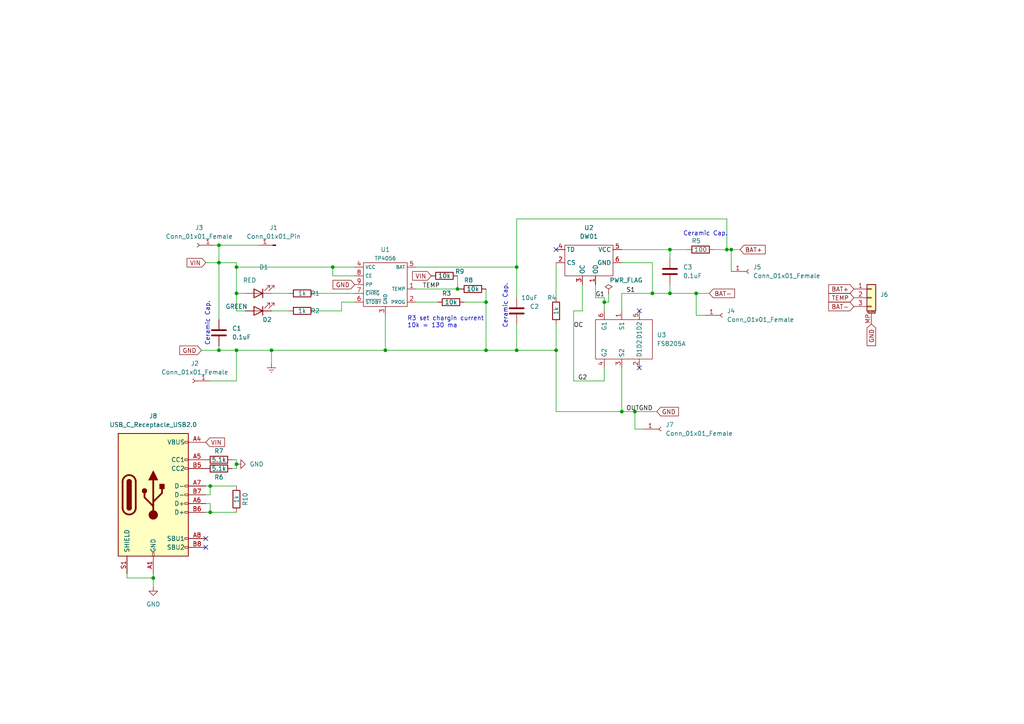
<source format=kicad_sch>
(kicad_sch (version 20231120) (generator "eeschema") (generator_version "8.0")
  (paper "A4")
  (lib_symbols
    (symbol "Connector:Conn_01x01_Female" (pin_names (offset 1.016) hide)
      (property "Reference" "J" (at 0 2.54 0))
      (property "Value" "Conn_01x01_Female" (at 0 -2.54 0))
      (symbol "Conn_01x01_Female_1_1"
        (polyline (pts (xy -1.27 0) (xy -0.508 0)) (stroke (width 0.1524)))
        (arc (start 0 0.508) (mid -0.5058 0) (end 0 -0.508) (stroke (width 0.1524)))
        (pin passive line (at -5.08 0 0) (length 3.81) (name "Pin_1") (number "1"))
      )
    )
    (symbol "Connector:Conn_01x01_Pin" (pin_names (offset 1.016) hide)
      (property "Reference" "J" (at 0 2.54 0))
      (property "Value" "Conn_01x01_Pin" (at 0 -2.54 0))
      (symbol "Conn_01x01_Pin_1_1"
        (polyline (pts (xy 1.27 0) (xy 0.8636 0)) (stroke (width 0.1524)))
        (rectangle (start 0.8636 0.127) (end 0 -0.127) (stroke (width 0.1524)) (fill (type outline)))
        (pin passive line (at 5.08 0 180) (length 3.81) (name "Pin_1") (number "1"))
      )
    )
    (symbol "Connector:USB_C_Receptacle_USB2.0" (pin_names (offset 1.016))
      (property "Reference" "J" (at -10.16 19.05 0))
      (property "Value" "USB_C_Receptacle_USB2.0" (at 19.05 19.05 0))
      (symbol "USB_C_Receptacle_USB2.0_0_0"
        (rectangle (start -0.254 -17.78) (end 0.254 -16.764))
        (rectangle (start 10.16 -14.986) (end 9.144 -15.494))
        (rectangle (start 10.16 -12.446) (end 9.144 -12.954))
        (rectangle (start 10.16 -4.826) (end 9.144 -5.334))
        (rectangle (start 10.16 -2.286) (end 9.144 -2.794))
        (rectangle (start 10.16 0.254) (end 9.144 -0.254))
        (rectangle (start 10.16 2.794) (end 9.144 2.286))
        (rectangle (start 10.16 7.874) (end 9.144 7.366))
        (rectangle (start 10.16 10.414) (end 9.144 9.906))
        (rectangle (start 10.16 15.494) (end 9.144 14.986))
      )
      (symbol "USB_C_Receptacle_USB2.0_0_1"
        (rectangle (start -10.16 17.78) (end 10.16 -17.78) (stroke (width 0.254)) (fill (type background)))
        (arc (start -8.89 -3.81) (mid -6.985 -5.7067) (end -5.08 -3.81) (stroke (width 0.508)))
        (arc (start -7.62 -3.81) (mid -6.985 -4.4423) (end -6.35 -3.81) (stroke (width 0.254)))
        (arc (start -7.62 -3.81) (mid -6.985 -4.4423) (end -6.35 -3.81) (stroke (width 0.254)) (fill (type outline)))
        (rectangle (start -7.62 -3.81) (end -6.35 3.81) (stroke (width 0.254)) (fill (type outline)))
        (arc (start -6.35 3.81) (mid -6.985 4.4423) (end -7.62 3.81) (stroke (width 0.254)))
        (arc (start -6.35 3.81) (mid -6.985 4.4423) (end -7.62 3.81) (stroke (width 0.254)) (fill (type outline)))
        (arc (start -5.08 3.81) (mid -6.985 5.7067) (end -8.89 3.81) (stroke (width 0.508)))
        (circle (center -2.54 1.143) (radius 0.635) (stroke (width 0.254)) (fill (type outline)))
        (circle (center 0 -5.842) (radius 1.27) (fill (type outline)))
        (polyline (pts (xy -8.89 -3.81) (xy -8.89 3.81)) (stroke (width 0.508)))
        (polyline (pts (xy -5.08 3.81) (xy -5.08 -3.81)) (stroke (width 0.508)))
        (polyline (pts (xy 0 -5.842) (xy 0 4.318)) (stroke (width 0.508)))
        (polyline (pts (xy 0 -3.302) (xy -2.54 -0.762) (xy -2.54 0.508)) (stroke (width 0.508)))
        (polyline (pts (xy 0 -2.032) (xy 2.54 0.508) (xy 2.54 1.778)) (stroke (width 0.508)))
        (polyline (pts (xy -1.27 4.318) (xy 0 6.858) (xy 1.27 4.318) (xy -1.27 4.318)) (stroke (width 0.254)) (fill (type outline)))
        (rectangle (start 1.905 1.778) (end 3.175 3.048) (stroke (width 0.254)) (fill (type outline)))
      )
      (symbol "USB_C_Receptacle_USB2.0_1_1"
        (pin passive line (at 0 -22.86 90) (length 5.08) (name "GND") (number "A1"))
        (pin passive line (at 0 -22.86 90) (length 5.08) hide (name "GND") (number "A12"))
        (pin passive line (at 15.24 15.24 180) (length 5.08) (name "VBUS") (number "A4"))
        (pin bidirectional line (at 15.24 10.16 180) (length 5.08) (name "CC1") (number "A5"))
        (pin bidirectional line (at 15.24 -2.54 180) (length 5.08) (name "D+") (number "A6"))
        (pin bidirectional line (at 15.24 2.54 180) (length 5.08) (name "D-") (number "A7"))
        (pin bidirectional line (at 15.24 -12.7 180) (length 5.08) (name "SBU1") (number "A8"))
        (pin passive line (at 15.24 15.24 180) (length 5.08) hide (name "VBUS") (number "A9"))
        (pin passive line (at 0 -22.86 90) (length 5.08) hide (name "GND") (number "B1"))
        (pin passive line (at 0 -22.86 90) (length 5.08) hide (name "GND") (number "B12"))
        (pin passive line (at 15.24 15.24 180) (length 5.08) hide (name "VBUS") (number "B4"))
        (pin bidirectional line (at 15.24 7.62 180) (length 5.08) (name "CC2") (number "B5"))
        (pin bidirectional line (at 15.24 -5.08 180) (length 5.08) (name "D+") (number "B6"))
        (pin bidirectional line (at 15.24 0 180) (length 5.08) (name "D-") (number "B7"))
        (pin bidirectional line (at 15.24 -15.24 180) (length 5.08) (name "SBU2") (number "B8"))
        (pin passive line (at 15.24 15.24 180) (length 5.08) hide (name "VBUS") (number "B9"))
        (pin passive line (at -7.62 -22.86 90) (length 5.08) (name "SHIELD") (number "S1"))
      )
    )
    (symbol "Connector_Generic_MountingPin:Conn_01x03_MountingPin" (pin_names (offset 1.016) hide)
      (property "Reference" "J" (at 0 5.08 0))
      (property "Value" "Conn_01x03_MountingPin" (at 1.27 -5.08 0))
      (symbol "Conn_01x03_MountingPin_1_1"
        (rectangle (start -1.27 -2.413) (end 0 -2.667) (stroke (width 0.1524)))
        (rectangle (start -1.27 0.127) (end 0 -0.127) (stroke (width 0.1524)))
        (rectangle (start -1.27 2.667) (end 0 2.413) (stroke (width 0.1524)))
        (rectangle (start -1.27 3.81) (end 1.27 -3.81) (stroke (width 0.254)) (fill (type background)))
        (polyline (pts (xy -1.016 -4.572) (xy 1.016 -4.572)) (stroke (width 0.1524)))
        (text "Mounting" (at 0 -4.191 0) (effects (font (size 0.381 0.381))))
        (pin passive line (at -5.08 2.54 0) (length 3.81) (name "Pin_1") (number "1"))
        (pin passive line (at -5.08 0 0) (length 3.81) (name "Pin_2") (number "2"))
        (pin passive line (at -5.08 -2.54 0) (length 3.81) (name "Pin_3") (number "3"))
        (pin passive line (at 0 -7.62 90) (length 3.048) (name "MountPin") (number "MP"))
      )
    )
    (symbol "Device:C" (pin_numbers hide) (pin_names (offset 0.254))
      (property "Reference" "C" (at 0.635 2.54 0))
      (property "Value" "C" (at 0.635 -2.54 0))
      (symbol "C_0_1"
        (polyline (pts (xy -2.032 -0.762) (xy 2.032 -0.762)) (stroke (width 0.508)))
        (polyline (pts (xy -2.032 0.762) (xy 2.032 0.762)) (stroke (width 0.508)))
      )
      (symbol "C_1_1"
        (pin passive line (at 0 3.81 270) (length 2.794) (name "~") (number "1"))
        (pin passive line (at 0 -3.81 90) (length 2.794) (name "~") (number "2"))
      )
    )
    (symbol "Device:LED" (pin_numbers hide) (pin_names (offset 1.016) hide)
      (property "Reference" "D" (at 0 2.54 0))
      (property "Value" "LED" (at 0 -2.54 0))
      (symbol "LED_0_1"
        (polyline (pts (xy -1.27 -1.27) (xy -1.27 1.27)) (stroke (width 0.254)))
        (polyline (pts (xy -1.27 0) (xy 1.27 0)))
        (polyline (pts (xy 1.27 -1.27) (xy 1.27 1.27) (xy -1.27 0) (xy 1.27 -1.27)) (stroke (width 0.254)))
        (polyline (pts (xy -3.048 -0.762) (xy -4.572 -2.286) (xy -3.81 -2.286) (xy -4.572 -2.286) (xy -4.572 -1.524)))
        (polyline (pts (xy -1.778 -0.762) (xy -3.302 -2.286) (xy -2.54 -2.286) (xy -3.302 -2.286) (xy -3.302 -1.524)))
      )
      (symbol "LED_1_1"
        (pin passive line (at -3.81 0 0) (length 2.54) (name "K") (number "1"))
        (pin passive line (at 3.81 0 180) (length 2.54) (name "A") (number "2"))
      )
    )
    (symbol "Device:R" (pin_numbers hide) (pin_names (offset 0))
      (property "Reference" "R" (at 2.032 0 90))
      (property "Value" "R" (at 0 0 90))
      (symbol "R_0_1"
        (rectangle (start -1.016 -2.54) (end 1.016 2.54) (stroke (width 0.254)))
      )
      (symbol "R_1_1"
        (pin passive line (at 0 3.81 270) (length 1.27) (name "~") (number "1"))
        (pin passive line (at 0 -3.81 90) (length 1.27) (name "~") (number "2"))
      )
    )
    (symbol "dw01:DW01"
      (property "Reference" "U" (at 1.27 10.16 0))
      (property "Value" "DW01" (at 11.43 10.16 0))
      (symbol "DW01_0_1"
        (rectangle (start 0 8.89) (end 13.97 0))
      )
      (symbol "DW01_1_1"
        (pin input line (at 8.89 -2.54 90) (length 2.54) (name "OD") (number "1"))
        (pin input line (at -2.54 3.81 0) (length 2.54) (name "CS") (number "2"))
        (pin input line (at 5.08 -2.54 90) (length 2.54) (name "OC") (number "3"))
        (pin input line (at -2.54 7.62 0) (length 2.54) (name "TD") (number "4"))
        (pin input line (at 16.51 7.62 180) (length 2.54) (name "VCC") (number "5"))
        (pin input line (at 16.51 3.81 180) (length 2.54) (name "GND") (number "6"))
      )
    )
    (symbol "fs8205:FS8205A"
      (property "Reference" "U" (at 1.27 5.08 0))
      (property "Value" "FS8205A" (at -1.27 8.89 90))
      (symbol "FS8205A_0_1"
        (rectangle (start 0 11.43) (end 16.51 0))
      )
      (symbol "FS8205A_1_1"
        (pin input line (at 7.62 13.97 270) (length 2.54) (name "S1") (number "1"))
        (pin input line (at 12.7 -2.54 90) (length 2.54) (name "D1D2") (number "2"))
        (pin input line (at 7.62 -2.54 90) (length 2.54) (name "S2") (number "3"))
        (pin input line (at 2.54 -2.54 90) (length 2.54) (name "G2") (number "4"))
        (pin input line (at 12.7 13.97 270) (length 2.54) (name "D1D2") (number "5"))
        (pin input line (at 2.54 13.97 270) (length 2.54) (name "G1") (number "6"))
      )
    )
    (symbol "power:Earth" (power) (pin_names (offset 0))
      (symbol "Earth_0_1"
        (polyline (pts (xy -0.635 -1.905) (xy 0.635 -1.905)))
        (polyline (pts (xy -0.127 -2.54) (xy 0.127 -2.54)))
        (polyline (pts (xy 0 -1.27) (xy 0 0)))
        (polyline (pts (xy 1.27 -1.27) (xy -1.27 -1.27)))
      )
      (symbol "Earth_1_1"
        (pin power_in line (at 0 0 270) (length 0) hide (name "Earth") (number "1"))
      )
    )
    (symbol "power:GND" (power) (pin_names (offset 0))
      (property "Value" "GND" (at 0 -3.81 0))
      (symbol "GND_0_1"
        (polyline (pts (xy 0 0) (xy 0 -1.27) (xy 1.27 -1.27) (xy 0 -2.54) (xy -1.27 -1.27) (xy 0 -1.27)))
      )
      (symbol "GND_1_1"
        (pin power_in line (at 0 0 270) (length 0) hide (name "GND") (number "1"))
      )
    )
    (symbol "power:PWR_FLAG" (power) (pin_numbers hide) (pin_names (offset 0) hide)
      (property "Value" "PWR_FLAG" (at 0 3.81 0))
      (symbol "PWR_FLAG_0_0"
        (pin power_out line (at 0 0 90) (length 0) (name "pwr") (number "1"))
      )
      (symbol "PWR_FLAG_0_1"
        (polyline (pts (xy 0 0) (xy 0 1.27) (xy -1.016 1.905) (xy 0 2.54) (xy 1.016 1.905) (xy 0 1.27)))
      )
    )
    (symbol "tp4056:TP4056"
      (property "Reference" "U" (at 1.27 13.97 0))
      (property "Value" "TP4056" (at 8.89 13.97 0))
      (symbol "TP4056_0_1"
        (rectangle (start 0 12.7) (end 12.7 0))
      )
      (symbol "TP4056_1_1"
        (pin input line (at 15.24 5.08 180) (length 2.54) (name "TEMP") (number "1"))
        (pin input line (at 15.24 1.27 180) (length 2.54) (name "PROG") (number "2"))
        (pin input line (at 6.35 -2.54 90) (length 2.54) (name "GND") (number "3"))
        (pin input line (at -2.54 11.43 0) (length 2.54) (name "VCC") (number "4"))
        (pin input line (at 15.24 11.43 180) (length 2.54) (name "BAT") (number "5"))
        (pin input line (at -2.54 1.27 0) (length 2.54) (name "~{STDBY}") (number "6"))
        (pin input line (at -2.54 3.81 0) (length 2.54) (name "~{CHRG}") (number "7"))
        (pin input line (at -2.54 8.89 0) (length 2.54) (name "CE") (number "8"))
        (pin input line (at -2.54 6.35 0) (length 2.54) (name "PP") (number "9"))
      )
    )
  )
  (junction (at 68.58 85.09))
  (junction (at 175.26 87.63))
  (junction (at 189.23 85.09))
  (junction (at 44.45 167.64))
  (junction (at 140.97 101.6))
  (junction (at 149.86 101.6))
  (junction (at 63.5 71.12))
  (junction (at 60.96 140.97))
  (junction (at 180.34 119.38))
  (junction (at 132.715 83.82))
  (junction (at 149.86 77.47))
  (junction (at 78.74 101.6))
  (junction (at 212.09 72.39))
  (junction (at 68.58 101.6))
  (junction (at 96.52 77.47))
  (junction (at 161.29 101.6))
  (junction (at 194.31 85.09))
  (junction (at 63.5 76.2))
  (junction (at 201.93 85.09))
  (junction (at 140.97 87.63))
  (junction (at 111.76 101.6))
  (junction (at 68.58 134.62))
  (junction (at 210.82 72.39))
  (junction (at 60.96 148.59))
  (junction (at 194.31 72.39))
  (junction (at 184.15 119.38))
  (junction (at 68.58 77.47))
  (junction (at 63.5 101.6))
  (no_connect (at 59.69 156.21))
  (no_connect (at 161.29 72.39))
  (no_connect (at 185.42 106.68))
  (no_connect (at 185.42 90.17))
  (no_connect (at 59.69 158.75))
  (wire (pts (xy 111.76 101.6) (xy 140.97 101.6)))
  (wire (pts (xy 149.86 101.6) (xy 161.29 101.6)))
  (wire (pts (xy 184.15 124.46) (xy 184.15 119.38)))
  (wire (pts (xy 189.23 76.2) (xy 189.23 85.09)))
  (wire (pts (xy 91.44 85.09) (xy 102.87 85.09)))
  (wire (pts (xy 68.58 77.47) (xy 96.52 77.47)))
  (wire (pts (xy 194.31 72.39) (xy 199.39 72.39)))
  (wire (pts (xy 68.58 101.6) (xy 78.74 101.6)))
  (wire (pts (xy 96.52 77.47) (xy 102.87 77.47)))
  (wire (pts (xy 149.86 77.47) (xy 149.86 86.36)))
  (wire (pts (xy 68.58 76.2) (xy 68.58 77.47)))
  (wire (pts (xy 149.86 63.5) (xy 210.82 63.5)))
  (wire (pts (xy 78.74 85.09) (xy 83.82 85.09)))
  (wire (pts (xy 78.74 101.6) (xy 78.74 105.41)))
  (wire (pts (xy 44.45 170.18) (xy 44.45 167.64)))
  (wire (pts (xy 212.09 72.39) (xy 212.09 78.74)))
  (wire (pts (xy 140.97 83.82) (xy 140.97 87.63)))
  (wire (pts (xy 59.69 140.97) (xy 60.96 140.97)))
  (wire (pts (xy 96.52 80.01) (xy 102.87 80.01)))
  (wire (pts (xy 63.5 71.12) (xy 74.93 71.12)))
  (wire (pts (xy 96.52 77.47) (xy 96.52 80.01)))
  (wire (pts (xy 68.58 135.89) (xy 67.31 135.89)))
  (wire (pts (xy 140.97 87.63) (xy 140.97 101.6)))
  (wire (pts (xy 71.12 90.17) (xy 68.58 90.17)))
  (wire (pts (xy 68.58 85.09) (xy 68.58 77.47)))
  (wire (pts (xy 210.82 63.5) (xy 210.82 72.39)))
  (wire (pts (xy 36.83 166.37) (xy 36.83 167.64)))
  (wire (pts (xy 60.96 146.05) (xy 60.96 148.59)))
  (wire (pts (xy 60.96 140.97) (xy 60.96 143.51)))
  (wire (pts (xy 58.42 101.6) (xy 63.5 101.6)))
  (wire (pts (xy 189.23 85.09) (xy 194.31 85.09)))
  (wire (pts (xy 175.26 87.63) (xy 175.26 90.17)))
  (wire (pts (xy 172.72 86.36) (xy 175.26 86.36)))
  (wire (pts (xy 68.58 110.49) (xy 68.58 101.6)))
  (wire (pts (xy 68.58 85.09) (xy 71.12 85.09)))
  (wire (pts (xy 194.31 85.09) (xy 201.93 85.09)))
  (wire (pts (xy 180.34 72.39) (xy 194.31 72.39)))
  (wire (pts (xy 161.29 93.98) (xy 161.29 101.6)))
  (wire (pts (xy 210.82 72.39) (xy 212.09 72.39)))
  (wire (pts (xy 180.34 90.17) (xy 180.34 85.09)))
  (wire (pts (xy 59.69 146.05) (xy 60.96 146.05)))
  (wire (pts (xy 60.96 110.49) (xy 68.58 110.49)))
  (wire (pts (xy 166.37 110.49) (xy 175.26 110.49)))
  (wire (pts (xy 120.65 83.82) (xy 132.715 83.82)))
  (wire (pts (xy 172.72 82.55) (xy 172.72 86.36)))
  (wire (pts (xy 99.06 87.63) (xy 99.06 90.17)))
  (wire (pts (xy 44.45 167.64) (xy 44.45 166.37)))
  (wire (pts (xy 63.5 101.6) (xy 68.58 101.6)))
  (wire (pts (xy 63.5 71.12) (xy 63.5 76.2)))
  (wire (pts (xy 63.5 100.33) (xy 63.5 101.6)))
  (wire (pts (xy 78.74 90.17) (xy 83.82 90.17)))
  (wire (pts (xy 140.97 101.6) (xy 149.86 101.6)))
  (wire (pts (xy 161.29 76.2) (xy 161.29 86.36)))
  (wire (pts (xy 204.47 91.44) (xy 201.93 91.44)))
  (wire (pts (xy 161.29 101.6) (xy 161.29 119.38)))
  (wire (pts (xy 149.86 63.5) (xy 149.86 77.47)))
  (wire (pts (xy 63.5 76.2) (xy 68.58 76.2)))
  (wire (pts (xy 99.06 90.17) (xy 91.44 90.17)))
  (wire (pts (xy 194.31 82.55) (xy 194.31 85.09)))
  (wire (pts (xy 201.93 85.09) (xy 205.74 85.09)))
  (wire (pts (xy 60.96 140.97) (xy 68.58 140.97)))
  (wire (pts (xy 62.23 71.12) (xy 63.5 71.12)))
  (wire (pts (xy 134.62 87.63) (xy 140.97 87.63)))
  (wire (pts (xy 168.91 90.17) (xy 166.37 90.17)))
  (wire (pts (xy 68.58 90.17) (xy 68.58 85.09)))
  (wire (pts (xy 102.87 87.63) (xy 99.06 87.63)))
  (wire (pts (xy 201.93 91.44) (xy 201.93 85.09)))
  (wire (pts (xy 207.01 72.39) (xy 210.82 72.39)))
  (wire (pts (xy 63.5 76.2) (xy 63.5 92.71)))
  (wire (pts (xy 68.58 133.35) (xy 68.58 134.62)))
  (wire (pts (xy 180.34 106.68) (xy 180.34 119.38)))
  (wire (pts (xy 186.69 124.46) (xy 184.15 124.46)))
  (wire (pts (xy 60.96 148.59) (xy 68.58 148.59)))
  (wire (pts (xy 180.34 76.2) (xy 189.23 76.2)))
  (wire (pts (xy 194.31 72.39) (xy 194.31 74.93)))
  (wire (pts (xy 67.31 133.35) (xy 68.58 133.35)))
  (wire (pts (xy 180.34 85.09) (xy 189.23 85.09)))
  (wire (pts (xy 212.09 72.39) (xy 214.63 72.39)))
  (wire (pts (xy 175.26 110.49) (xy 175.26 106.68)))
  (wire (pts (xy 78.74 101.6) (xy 111.76 101.6)))
  (wire (pts (xy 184.15 119.38) (xy 190.5 119.38)))
  (wire (pts (xy 120.65 87.63) (xy 127 87.63)))
  (wire (pts (xy 132.715 83.82) (xy 133.35 83.82)))
  (wire (pts (xy 176.53 85.09) (xy 176.53 87.63)))
  (wire (pts (xy 166.37 90.17) (xy 166.37 110.49)))
  (wire (pts (xy 168.91 82.55) (xy 168.91 90.17)))
  (wire (pts (xy 176.53 87.63) (xy 175.26 87.63)))
  (wire (pts (xy 175.26 86.36) (xy 175.26 87.63)))
  (wire (pts (xy 68.58 134.62) (xy 68.58 135.89)))
  (wire (pts (xy 132.715 80.01) (xy 132.715 83.82)))
  (wire (pts (xy 60.96 143.51) (xy 59.69 143.51)))
  (wire (pts (xy 36.83 167.64) (xy 44.45 167.64)))
  (wire (pts (xy 161.29 119.38) (xy 180.34 119.38)))
  (wire (pts (xy 180.34 119.38) (xy 184.15 119.38)))
  (wire (pts (xy 149.86 93.98) (xy 149.86 101.6)))
  (wire (pts (xy 59.69 76.2) (xy 63.5 76.2)))
  (wire (pts (xy 60.96 148.59) (xy 59.69 148.59)))
  (wire (pts (xy 111.76 91.44) (xy 111.76 101.6)))
  (wire (pts (xy 120.65 77.47) (xy 149.86 77.47)))
  (text "Ceramic Cap." (at 60.96 100.33 90) (effects (font (size 1.27 1.27)) (justify left bottom)))
  (text "Ceramic Cap." (at 147.32 95.25 90) (effects (font (size 1.27 1.27)) (justify left bottom)))
  (text "R3 set chargin current\n10k = 130 ma" (at 118.11 95.25 0) (effects (font (size 1.27 1.27)) (justify left bottom)))
  (text "Ceramic Cap." (at 198.12 68.58 0) (effects (font (size 1.27 1.27)) (justify left bottom)))
  (label "OUTGND" (at 181.61 119.38 0))
  (label "G1" (at 172.72 86.36 0))
  (label "OC" (at 166.37 95.25 0))
  (label "TEMP" (at 122.555 83.82 0))
  (label "G2" (at 167.64 110.49 0))
  (label "S1" (at 181.61 85.09 0))
  (global_label "VIN" (shape input) (at 59.69 76.2 180) (property "Intersheetrefs" "${INTERSHEET_REFS}" (effects (hide yes))))
  (global_label "GND" (shape input) (at 102.87 82.55 180) (property "Intersheetrefs" "${INTERSHEET_REFS}" (effects (hide yes))))
  (global_label "GND" (shape input) (at 190.5 119.38 0) (property "Intersheetrefs" "${INTERSHEET_REFS}" (effects (hide yes))))
  (global_label "GND" (shape input) (at 58.42 101.6 180) (property "Intersheetrefs" "${INTERSHEET_REFS}" (effects (hide yes))))
  (global_label "GND" (shape input) (at 252.73 93.98 270) (property "Intersheetrefs" "${INTERSHEET_REFS}" (effects (hide yes))))
  (global_label "BAT+" (shape input) (at 214.63 72.39 0) (property "Intersheetrefs" "${INTERSHEET_REFS}" (effects (hide yes))))
  (global_label "BAT+" (shape input) (at 247.65 83.82 180) (property "Intersheetrefs" "${INTERSHEET_REFS}" (effects (hide yes))))
  (global_label "VIN" (shape input) (at 125.095 80.01 180) (property "Intersheetrefs" "${INTERSHEET_REFS}" (effects (hide yes))))
  (global_label "TEMP" (shape input) (at 247.65 86.36 180) (property "Intersheetrefs" "${INTERSHEET_REFS}" (effects (hide yes))))
  (global_label "BAT-" (shape input) (at 247.65 88.9 180) (property "Intersheetrefs" "${INTERSHEET_REFS}" (effects (hide yes))))
  (global_label "BAT-" (shape input) (at 205.74 85.09 0) (property "Intersheetrefs" "${INTERSHEET_REFS}" (effects (hide yes))))
  (global_label "VIN" (shape input) (at 59.69 128.27 0) (property "Intersheetrefs" "${INTERSHEET_REFS}" (effects (hide yes))))
  (symbol (lib_id "Device:C") (at 149.86 90.17 0) (unit 1)
    (property "Reference" "C2" (at 153.67 88.8999 0) (effects (justify left)))
    (property "Value" "10uF" (at 151.13 86.36 0) (effects (justify left)))
    (property "Footprint" "Capacitor_SMD:C_0603_1608Metric_Pad1.08x0.95mm_HandSolder" (effects (hide yes)))
  )
  (symbol (lib_id "power:Earth") (at 78.74 105.41 0) (unit 1)
    (property "Reference" "#PWR01" (effects (hide yes)))
    (property "Value" "Earth" (effects (hide yes)))
  )
  (symbol (lib_id "Device:R") (at 137.16 83.82 90) (unit 1)
    (property "Reference" "R8" (at 135.89 81.28 90))
    (property "Value" "10k" (at 137.16 83.82 90))
    (property "Footprint" "Resistor_SMD:R_0603_1608Metric_Pad0.98x0.95mm_HandSolder" (effects (hide yes)))
  )
  (symbol (lib_id "Connector:Conn_01x01_Female") (at 217.17 78.74 0) (unit 1)
    (property "Reference" "J5" (at 218.44 77.4699 0) (effects (justify left)))
    (property "Value" "Conn_01x01_Female" (at 218.44 80.0099 0) (effects (justify left)))
    (property "Footprint" "Connector_PinSocket_2.54mm:PinSocket_1x01_P2.54mm_Vertical" (effects (hide yes)))
  )
  (symbol (lib_id "power:GND") (at 44.45 170.18 0) (unit 1)
    (property "Reference" "#PWR02" (effects (hide yes)))
    (property "Value" "GND" (at 44.45 175.26 0))
  )
  (symbol (lib_id "Device:LED") (at 74.93 85.09 180) (unit 1)
    (property "Reference" "D1" (at 76.5175 77.47 0))
    (property "Value" "RED" (at 72.39 81.28 0))
    (property "Footprint" "LED_SMD:LED_0805_2012Metric_Pad1.15x1.40mm_HandSolder" (effects (hide yes)))
  )
  (symbol (lib_id "Device:R") (at 87.63 85.09 90) (unit 1)
    (property "Reference" "R1" (at 91.44 85.09 90))
    (property "Value" "1k" (at 87.63 85.09 90))
    (property "Footprint" "Resistor_SMD:R_0603_1608Metric_Pad0.98x0.95mm_HandSolder" (effects (hide yes)))
  )
  (symbol (lib_id "tp4056:TP4056") (at 105.41 88.9 0) (unit 1)
    (property "Reference" "U1" (at 111.76 72.39 0))
    (property "Value" "TP4056" (at 111.76 74.93 0) (effects (font (size 1.1 1.1))))
    (property "Footprint" "Package_SO:SOIC-8-1EP_3.9x4.9mm_P1.27mm_EP2.29x3mm" (effects (hide yes)))
  )
  (symbol (lib_id "power:PWR_FLAG") (at 176.53 85.09 0) (unit 1)
    (property "Reference" "#FLG01" (effects (hide yes)))
    (property "Value" "PWR_FLAG" (at 181.61 81.28 0))
  )
  (symbol (lib_id "dw01:DW01") (at 163.83 80.01 0) (unit 1)
    (property "Reference" "U2" (at 170.815 66.04 0))
    (property "Value" "DW01" (at 170.815 68.58 0))
    (property "Footprint" "Package_TO_SOT_SMD:SOT-23-6_Handsoldering" (effects (hide yes)))
  )
  (symbol (lib_id "Device:R") (at 128.905 80.01 90) (unit 1)
    (property "Reference" "R9" (at 133.35 78.74 90))
    (property "Value" "10k" (at 128.905 80.01 90))
    (property "Footprint" "Resistor_SMD:R_0603_1608Metric_Pad0.98x0.95mm_HandSolder" (effects (hide yes)))
  )
  (symbol (lib_id "Connector:Conn_01x01_Female") (at 209.55 91.44 0) (unit 1)
    (property "Reference" "J4" (at 210.82 90.1699 0) (effects (justify left)))
    (property "Value" "Conn_01x01_Female" (at 210.82 92.7099 0) (effects (justify left)))
    (property "Footprint" "Connector_PinSocket_2.54mm:PinSocket_1x01_P2.54mm_Vertical" (effects (hide yes)))
  )
  (symbol (lib_id "Connector:Conn_01x01_Female") (at 191.77 124.46 0) (unit 1)
    (property "Reference" "J7" (at 193.04 123.1899 0) (effects (justify left)))
    (property "Value" "Conn_01x01_Female" (at 193.04 125.7299 0) (effects (justify left)))
    (property "Footprint" "Connector_PinSocket_2.54mm:PinSocket_1x01_P2.54mm_Vertical" (effects (hide yes)))
  )
  (symbol (lib_id "Device:R") (at 68.58 144.78 180) (unit 1)
    (property "Reference" "R10" (at 71.12 144.78 90))
    (property "Value" "1k" (at 68.58 144.78 90))
    (property "Footprint" "Resistor_SMD:R_0805_2012Metric_Pad1.20x1.40mm_HandSolder" (effects (hide yes)))
  )
  (symbol (lib_id "Device:C") (at 194.31 78.74 0) (unit 1)
    (property "Reference" "C3" (at 198.12 77.4699 0) (effects (justify left)))
    (property "Value" "0.1uF" (at 198.12 80.0099 0) (effects (justify left)))
    (property "Footprint" "Capacitor_SMD:C_0603_1608Metric_Pad1.08x0.95mm_HandSolder" (effects (hide yes)))
  )
  (symbol (lib_id "Connector_Generic_MountingPin:Conn_01x03_MountingPin") (at 252.73 86.36 0) (unit 1)
    (property "Reference" "J6" (at 255.27 85.4456 0) (effects (justify left)))
    (property "Value" "Conn_01x03_MountingPin" (effects (hide yes)))
    (property "Footprint" "BatteryHolder:CONN-SMD_BC-4-3PD" (effects (hide yes)))
  )
  (symbol (lib_id "Device:C") (at 63.5 96.52 0) (unit 1)
    (property "Reference" "C1" (at 67.31 95.2499 0) (effects (justify left)))
    (property "Value" "0.1uF" (at 67.31 97.7899 0) (effects (justify left)))
    (property "Footprint" "Capacitor_SMD:C_0603_1608Metric_Pad1.08x0.95mm_HandSolder" (effects (hide yes)))
  )
  (symbol (lib_id "Device:LED") (at 74.93 90.17 180) (unit 1)
    (property "Reference" "D2" (at 77.47 92.71 0))
    (property "Value" "GREEN" (at 68.58 88.9 0))
    (property "Footprint" "LED_SMD:LED_0805_2012Metric_Pad1.15x1.40mm_HandSolder" (effects (hide yes)))
  )
  (symbol (lib_id "Device:R") (at 130.81 87.63 90) (unit 1)
    (property "Reference" "R3" (at 129.54 85.09 90))
    (property "Value" "10k" (at 130.81 87.63 90))
    (property "Footprint" "Resistor_SMD:R_0603_1608Metric_Pad0.98x0.95mm_HandSolder" (effects (hide yes)))
  )
  (symbol (lib_id "power:GND") (at 68.58 134.62 90) (unit 1)
    (property "Reference" "#PWR03" (effects (hide yes)))
    (property "Value" "GND" (at 72.39 134.62 90) (effects (justify right)))
  )
  (symbol (lib_id "Device:R") (at 63.5 135.89 90) (unit 1)
    (property "Reference" "R6" (at 63.5 138.43 90))
    (property "Value" "5.1k" (at 63.5 135.89 90))
    (property "Footprint" "Resistor_SMD:R_0603_1608Metric_Pad0.98x0.95mm_HandSolder" (effects (hide yes)))
  )
  (symbol (lib_id "Device:R") (at 161.29 90.17 180) (unit 1)
    (property "Reference" "R4" (at 160.02 86.36 0))
    (property "Value" "1k" (at 161.29 90.17 90))
    (property "Footprint" "Resistor_SMD:R_0603_1608Metric_Pad0.98x0.95mm_HandSolder" (effects (hide yes)))
  )
  (symbol (lib_id "Device:R") (at 203.2 72.39 270) (unit 1)
    (property "Reference" "R5" (at 201.93 69.85 90))
    (property "Value" "100" (at 203.2 72.39 90))
    (property "Footprint" "Resistor_SMD:R_0603_1608Metric_Pad0.98x0.95mm_HandSolder" (effects (hide yes)))
  )
  (symbol (lib_id "Connector:Conn_01x01_Pin") (at 80.01 71.12 180) (unit 1)
    (property "Reference" "J1" (at 79.375 66.04 0))
    (property "Value" "Conn_01x01_Pin" (at 79.375 68.58 0))
    (property "Footprint" "Connector_PinHeader_2.54mm:PinHeader_1x01_P2.54mm_Vertical" (effects (hide yes)))
    (property "Description" "Generic connector, single row, 01x01, script generated" (effects (hide yes)))
  )
  (symbol (lib_id "Connector:USB_C_Receptacle_USB2.0") (at 44.45 143.51 0) (unit 1)
    (property "Reference" "J8" (at 44.45 120.65 0))
    (property "Value" "USB_C_Receptacle_USB2.0" (at 44.45 123.19 0))
    (property "Footprint" "Connector_USB:USB_C_Receptacle_HRO_TYPE-C-31-M-12" (effects (hide yes)))
    (property "Datasheet" "https://www.usb.org/sites/default/files/documents/usb_type-c.zip" (effects (hide yes)))
  )
  (symbol (lib_id "Device:R") (at 63.5 133.35 90) (unit 1)
    (property "Reference" "R7" (at 63.5 130.81 90))
    (property "Value" "5.1k" (at 63.5 133.35 90))
    (property "Footprint" "Resistor_SMD:R_0603_1608Metric_Pad0.98x0.95mm_HandSolder" (effects (hide yes)))
  )
  (symbol (lib_id "Connector:Conn_01x01_Female") (at 57.15 71.12 180) (unit 1)
    (property "Reference" "J3" (at 57.785 66.04 0))
    (property "Value" "Conn_01x01_Female" (at 57.785 68.58 0))
    (property "Footprint" "Connector_PinSocket_2.54mm:PinSocket_1x01_P2.54mm_Vertical" (effects (hide yes)))
  )
  (symbol (lib_id "fs8205:FS8205A") (at 172.72 104.14 0) (unit 1)
    (property "Reference" "U3" (at 190.5 97.1549 0) (effects (justify left)))
    (property "Value" "FS8205A" (at 190.5 99.6949 0) (effects (justify left)))
    (property "Footprint" "Package_TO_SOT_SMD:SOT-23-6_Handsoldering" (effects (hide yes)))
  )
  (symbol (lib_id "Device:R") (at 87.63 90.17 90) (unit 1)
    (property "Reference" "R2" (at 91.44 90.17 90))
    (property "Value" "1k" (at 87.63 90.17 90))
    (property "Footprint" "Resistor_SMD:R_0603_1608Metric_Pad0.98x0.95mm_HandSolder" (effects (hide yes)))
  )
  (symbol (lib_id "Connector:Conn_01x01_Female") (at 55.88 110.49 180) (unit 1)
    (property "Reference" "J2" (at 56.515 105.41 0))
    (property "Value" "Conn_01x01_Female" (at 56.515 107.95 0))
    (property "Footprint" "Connector_PinSocket_2.54mm:PinSocket_1x01_P2.54mm_Vertical" (effects (hide yes)))
  )
)
</source>
